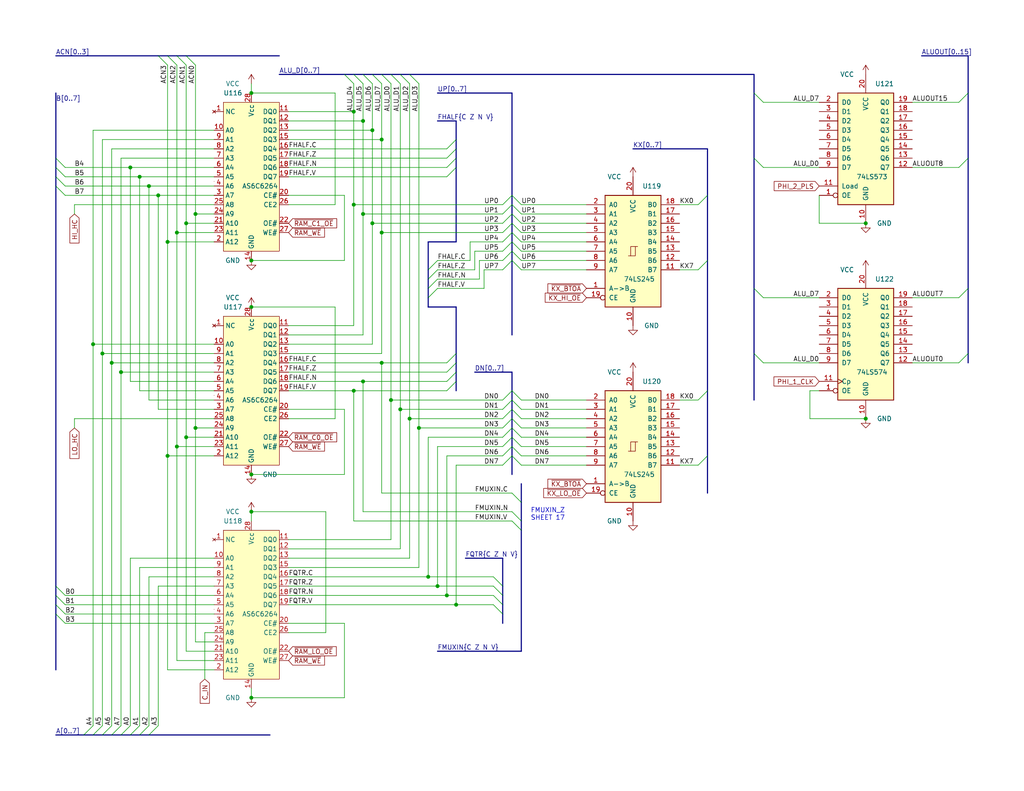
<source format=kicad_sch>
(kicad_sch (version 20211123) (generator eeschema)
  (paper "USLetter")
  (title_block (title "YARC ALU") (comment 1 "All ICs are HC family regardless of P/N shown"))
  (lib_symbols
    (symbol "74xx:74LS245" (pin_names (offset 1.016))
      (property "Reference" "U" (at -7.62 16.51 0))
      (property "Value" "74LS245" (at -7.62 -16.51 0))
      (symbol "74LS245_1_0"
        (polyline (pts (xy -0.635 -1.27) (xy -0.635 1.27) (xy 0.635 1.27)))
        (polyline (pts (xy -1.27 -1.27) (xy 0.635 -1.27) (xy 0.635 1.27) (xy 1.27 1.27)))
        (pin input line (at -12.7 -10.16 0) (length 5.08) (name "A->B") (number "1"))
        (pin power_in line (at 0 -20.32 90) (length 5.08) (name "GND") (number "10"))
        (pin tri_state line (at 12.7 -5.08 180) (length 5.08) (name "B7") (number "11"))
        (pin tri_state line (at 12.7 -2.54 180) (length 5.08) (name "B6") (number "12"))
        (pin tri_state line (at 12.7 0 180) (length 5.08) (name "B5") (number "13"))
        (pin tri_state line (at 12.7 2.54 180) (length 5.08) (name "B4") (number "14"))
        (pin tri_state line (at 12.7 5.08 180) (length 5.08) (name "B3") (number "15"))
        (pin tri_state line (at 12.7 7.62 180) (length 5.08) (name "B2") (number "16"))
        (pin tri_state line (at 12.7 10.16 180) (length 5.08) (name "B1") (number "17"))
        (pin tri_state line (at 12.7 12.7 180) (length 5.08) (name "B0") (number "18"))
        (pin input inverted (at -12.7 -12.7 0) (length 5.08) (name "CE") (number "19"))
        (pin tri_state line (at -12.7 12.7 0) (length 5.08) (name "A0") (number "2"))
        (pin power_in line (at 0 20.32 270) (length 5.08) (name "VCC") (number "20"))
        (pin tri_state line (at -12.7 10.16 0) (length 5.08) (name "A1") (number "3"))
        (pin tri_state line (at -12.7 7.62 0) (length 5.08) (name "A2") (number "4"))
        (pin tri_state line (at -12.7 5.08 0) (length 5.08) (name "A3") (number "5"))
        (pin tri_state line (at -12.7 2.54 0) (length 5.08) (name "A4") (number "6"))
        (pin tri_state line (at -12.7 0 0) (length 5.08) (name "A5") (number "7"))
        (pin tri_state line (at -12.7 -2.54 0) (length 5.08) (name "A6") (number "8"))
        (pin tri_state line (at -12.7 -5.08 0) (length 5.08) (name "A7") (number "9"))
      )
      (symbol "74LS245_1_1"
        (rectangle (start -7.62 15.24) (end 7.62 -15.24) (stroke (width 0.254)) (fill (type background)))
      )
    )
    (symbol "74xx:74LS573" (pin_names (offset 1.016))
      (property "Reference" "U" (at -7.62 16.51 0))
      (property "Value" "74LS573" (at -7.62 -16.51 0))
      (symbol "74LS573_1_0"
        (pin input inverted (at -12.7 -12.7 0) (length 5.08) (name "OE") (number "1"))
        (pin power_in line (at 0 -20.32 90) (length 5.08) (name "GND") (number "10"))
        (pin input line (at -12.7 -10.16 0) (length 5.08) (name "Load") (number "11"))
        (pin tri_state line (at 12.7 -5.08 180) (length 5.08) (name "Q7") (number "12"))
        (pin tri_state line (at 12.7 -2.54 180) (length 5.08) (name "Q6") (number "13"))
        (pin tri_state line (at 12.7 0 180) (length 5.08) (name "Q5") (number "14"))
        (pin tri_state line (at 12.7 2.54 180) (length 5.08) (name "Q4") (number "15"))
        (pin tri_state line (at 12.7 5.08 180) (length 5.08) (name "Q3") (number "16"))
        (pin tri_state line (at 12.7 7.62 180) (length 5.08) (name "Q2") (number "17"))
        (pin tri_state line (at 12.7 10.16 180) (length 5.08) (name "Q1") (number "18"))
        (pin tri_state line (at 12.7 12.7 180) (length 5.08) (name "Q0") (number "19"))
        (pin input line (at -12.7 12.7 0) (length 5.08) (name "D0") (number "2"))
        (pin power_in line (at 0 20.32 270) (length 5.08) (name "VCC") (number "20"))
        (pin input line (at -12.7 10.16 0) (length 5.08) (name "D1") (number "3"))
        (pin input line (at -12.7 7.62 0) (length 5.08) (name "D2") (number "4"))
        (pin input line (at -12.7 5.08 0) (length 5.08) (name "D3") (number "5"))
        (pin input line (at -12.7 2.54 0) (length 5.08) (name "D4") (number "6"))
        (pin input line (at -12.7 0 0) (length 5.08) (name "D5") (number "7"))
        (pin input line (at -12.7 -2.54 0) (length 5.08) (name "D6") (number "8"))
        (pin input line (at -12.7 -5.08 0) (length 5.08) (name "D7") (number "9"))
      )
      (symbol "74LS573_1_1"
        (rectangle (start -7.62 15.24) (end 7.62 -15.24) (stroke (width 0.254)) (fill (type background)))
      )
    )
    (symbol "74xx:74LS574" (pin_names (offset 1.016))
      (property "Reference" "U" (at -7.62 16.51 0))
      (property "Value" "74LS574" (at -7.62 -16.51 0))
      (symbol "74LS574_1_0"
        (pin input inverted (at -12.7 -12.7 0) (length 5.08) (name "OE") (number "1"))
        (pin power_in line (at 0 -20.32 90) (length 5.08) (name "GND") (number "10"))
        (pin input clock (at -12.7 -10.16 0) (length 5.08) (name "Cp") (number "11"))
        (pin tri_state line (at 12.7 -5.08 180) (length 5.08) (name "Q7") (number "12"))
        (pin tri_state line (at 12.7 -2.54 180) (length 5.08) (name "Q6") (number "13"))
        (pin tri_state line (at 12.7 0 180) (length 5.08) (name "Q5") (number "14"))
        (pin tri_state line (at 12.7 2.54 180) (length 5.08) (name "Q4") (number "15"))
        (pin tri_state line (at 12.7 5.08 180) (length 5.08) (name "Q3") (number "16"))
        (pin tri_state line (at 12.7 7.62 180) (length 5.08) (name "Q2") (number "17"))
        (pin tri_state line (at 12.7 10.16 180) (length 5.08) (name "Q1") (number "18"))
        (pin tri_state line (at 12.7 12.7 180) (length 5.08) (name "Q0") (number "19"))
        (pin input line (at -12.7 12.7 0) (length 5.08) (name "D0") (number "2"))
        (pin power_in line (at 0 20.32 270) (length 5.08) (name "VCC") (number "20"))
        (pin input line (at -12.7 10.16 0) (length 5.08) (name "D1") (number "3"))
        (pin input line (at -12.7 7.62 0) (length 5.08) (name "D2") (number "4"))
        (pin input line (at -12.7 5.08 0) (length 5.08) (name "D3") (number "5"))
        (pin input line (at -12.7 2.54 0) (length 5.08) (name "D4") (number "6"))
        (pin input line (at -12.7 0 0) (length 5.08) (name "D5") (number "7"))
        (pin input line (at -12.7 -2.54 0) (length 5.08) (name "D6") (number "8"))
        (pin input line (at -12.7 -5.08 0) (length 5.08) (name "D7") (number "9"))
      )
      (symbol "74LS574_1_1"
        (rectangle (start -7.62 15.24) (end 7.62 -15.24) (stroke (width 0.254)) (fill (type background)))
      )
    )
    (symbol "pdxjjb:AS6C6264"
      (property "Reference" "U" (at -2.54 15.24 0))
      (property "Value" "AS6C6264" (at 0 5.08 90))
      (symbol "AS6C6264_0_1"
        (rectangle (start -10.16 3.81) (end -10.16 3.81))
        (rectangle (start -7.62 25.4) (end 7.62 -15.24) (fill (type background)))
      )
      (symbol "AS6C6264_1_1"
        (pin no_connect line (at -10.16 22.86 0) (length 2.54) (name "NC") (number "1"))
        (pin input line (at -10.16 17.78 0) (length 2.54) (name "A0") (number "10"))
        (pin tri_state line (at 10.16 22.86 180) (length 2.54) (name "DQ0") (number "11"))
        (pin tri_state line (at 10.16 20.32 180) (length 2.54) (name "DQ1") (number "12"))
        (pin tri_state line (at 10.16 17.78 180) (length 2.54) (name "DQ2") (number "13"))
        (pin power_in line (at 0 -17.78 90) (length 2.54) (name "GND") (number "14"))
        (pin tri_state line (at 10.16 15.24 180) (length 2.54) (name "DQ3") (number "15"))
        (pin tri_state line (at 10.16 12.7 180) (length 2.54) (name "DQ4") (number "16"))
        (pin tri_state line (at 10.16 10.16 180) (length 2.54) (name "DQ5") (number "17"))
        (pin tri_state line (at 10.16 7.62 180) (length 2.54) (name "DQ6") (number "18"))
        (pin tri_state line (at 10.16 5.08 180) (length 2.54) (name "DQ7") (number "19"))
        (pin input line (at -10.16 -12.7 0) (length 2.54) (name "A12") (number "2"))
        (pin input line (at 10.16 0 180) (length 2.54) (name "CE#") (number "20"))
        (pin input line (at -10.16 -7.62 0) (length 2.54) (name "A10") (number "21"))
        (pin input line (at 10.16 -7.62 180) (length 2.54) (name "OE#") (number "22"))
        (pin input line (at -10.16 -10.16 0) (length 2.54) (name "A11") (number "23"))
        (pin input line (at -10.16 -5.08 0) (length 2.54) (name "A9") (number "24"))
        (pin input line (at -10.16 -2.54 0) (length 2.54) (name "A8") (number "25"))
        (pin input line (at 10.16 -2.54 180) (length 2.54) (name "CE2") (number "26"))
        (pin input line (at 10.16 -10.16 180) (length 2.54) (name "WE#") (number "27"))
        (pin power_in line (at 0 27.94 270) (length 2.54) (name "Vcc") (number "28"))
        (pin input line (at -10.16 0 0) (length 2.54) (name "A7") (number "3"))
        (pin input line (at -10.16 2.54 0) (length 2.54) (name "A6") (number "4"))
        (pin input line (at -10.16 5.08 0) (length 2.54) (name "A5") (number "5"))
        (pin input line (at -10.16 7.62 0) (length 2.54) (name "A4") (number "6"))
        (pin input line (at -10.16 10.16 0) (length 2.54) (name "A3") (number "7"))
        (pin input line (at -10.16 12.7 0) (length 2.54) (name "A2") (number "8"))
        (pin input line (at -10.16 15.24 0) (length 2.54) (name "A1") (number "9"))
      )
    )
    (symbol "power:GND" (power) (pin_names (offset 0))
      (property "Value" "GND" (at 0 -3.81 0))
      (symbol "GND_0_1"
        (polyline (pts (xy 0 0) (xy 0 -1.27) (xy 1.27 -1.27) (xy 0 -2.54) (xy -1.27 -1.27) (xy 0 -1.27)))
      )
      (symbol "GND_1_1"
        (pin power_in line (at 0 0 270) (length 0) hide (name "GND") (number "1"))
      )
    )
    (symbol "power:VCC" (power) (pin_names (offset 0))
      (property "Value" "VCC" (at 0 3.81 0))
      (symbol "VCC_0_1"
        (polyline (pts (xy -0.762 1.27) (xy 0 2.54)))
        (polyline (pts (xy 0 0) (xy 0 2.54)))
        (polyline (pts (xy 0 2.54) (xy 0.762 1.27)))
      )
      (symbol "VCC_1_1"
        (pin power_in line (at 0 0 90) (length 0) hide (name "VCC") (number "1"))
      )
    )
  )
  (junction (at 119.38 160.02))
  (junction (at 114.3 116.84))
  (junction (at 96.52 30.48))
  (junction (at 48.26 121.92))
  (junction (at 101.6 35.56))
  (junction (at 27.94 96.52))
  (junction (at 111.76 114.3))
  (junction (at 101.6 60.96))
  (junction (at 104.14 63.5))
  (junction (at 45.72 66.04))
  (junction (at 68.58 190.5))
  (junction (at 43.18 53.34))
  (junction (at 121.92 162.56))
  (junction (at 104.14 99.06))
  (junction (at 35.56 45.72))
  (junction (at 50.8 119.38))
  (junction (at 25.4 93.98))
  (junction (at 106.68 109.22))
  (junction (at 40.64 50.8))
  (junction (at 68.58 129.54))
  (junction (at 236.22 60.96))
  (junction (at 53.34 116.84))
  (junction (at 236.22 114.3))
  (junction (at 68.58 83.82))
  (junction (at 96.52 106.68))
  (junction (at 45.72 124.46))
  (junction (at 99.06 33.02))
  (junction (at 30.48 99.06))
  (junction (at 68.58 139.7))
  (junction (at 124.46 165.1))
  (junction (at 48.26 63.5))
  (junction (at 116.84 157.48))
  (junction (at 68.58 71.12))
  (junction (at 68.58 25.4))
  (junction (at 38.1 48.26))
  (junction (at 104.14 38.1))
  (junction (at 99.06 104.14))
  (junction (at 109.22 111.76))
  (junction (at 33.02 101.6))
  (junction (at 96.52 55.88))
  (junction (at 53.34 58.42))
  (junction (at 99.06 58.42))
  (junction (at 50.8 60.96))
  (bus_entry (at 124.46 96.52) (size -2.54 2.54))
  (bus_entry (at 139.7 116.84) (size -2.54 2.54))
  (bus_entry (at 142.24 137.16) (size -2.54 -2.54))
  (bus_entry (at 50.8 15.24) (size 2.54 2.54))
  (bus_entry (at 124.46 43.18) (size -2.54 2.54))
  (bus_entry (at 139.7 68.58) (size -2.54 2.54))
  (bus_entry (at 15.24 167.64) (size 2.54 2.54))
  (bus_entry (at 139.7 71.12) (size -2.54 2.54))
  (bus_entry (at 116.84 73.66) (size 2.54 -2.54))
  (bus_entry (at 137.16 167.64) (size -2.54 -2.54))
  (bus_entry (at 139.7 55.88) (size 2.54 2.54))
  (bus_entry (at 139.7 66.04) (size -2.54 2.54))
  (bus_entry (at 99.06 20.32) (size 2.54 2.54))
  (bus_entry (at 193.04 124.46) (size -2.54 2.54))
  (bus_entry (at 111.76 20.32) (size 2.54 2.54))
  (bus_entry (at 139.7 63.5) (size 2.54 2.54))
  (bus_entry (at 139.7 124.46) (size -2.54 2.54))
  (bus_entry (at 15.24 162.56) (size 2.54 2.54))
  (bus_entry (at 15.24 50.8) (size 2.54 2.54))
  (bus_entry (at 205.74 78.74) (size 2.54 2.54))
  (bus_entry (at 124.46 99.06) (size -2.54 2.54))
  (bus_entry (at 124.46 38.1) (size -2.54 2.54))
  (bus_entry (at 264.16 96.52) (size -2.54 2.54))
  (bus_entry (at 139.7 111.76) (size 2.54 2.54))
  (bus_entry (at 124.46 101.6) (size -2.54 2.54))
  (bus_entry (at 45.72 15.24) (size 2.54 2.54))
  (bus_entry (at 139.7 119.38) (size -2.54 2.54))
  (bus_entry (at 139.7 68.58) (size 2.54 2.54))
  (bus_entry (at 139.7 58.42) (size -2.54 2.54))
  (bus_entry (at 101.6 20.32) (size 2.54 2.54))
  (bus_entry (at 43.18 15.24) (size 2.54 2.54))
  (bus_entry (at 106.68 20.32) (size 2.54 2.54))
  (bus_entry (at 15.24 160.02) (size 2.54 2.54))
  (bus_entry (at 139.7 109.22) (size -2.54 2.54))
  (bus_entry (at 137.16 160.02) (size -2.54 -2.54))
  (bus_entry (at 27.94 200.66) (size 2.54 -2.54))
  (bus_entry (at 139.7 71.12) (size 2.54 2.54))
  (bus_entry (at 25.4 200.66) (size 2.54 -2.54))
  (bus_entry (at 137.16 162.56) (size -2.54 -2.54))
  (bus_entry (at 193.04 71.12) (size -2.54 2.54))
  (bus_entry (at 15.24 165.1) (size 2.54 2.54))
  (bus_entry (at 139.7 63.5) (size -2.54 2.54))
  (bus_entry (at 139.7 119.38) (size 2.54 2.54))
  (bus_entry (at 139.7 60.96) (size 2.54 2.54))
  (bus_entry (at 93.98 20.32) (size 2.54 2.54))
  (bus_entry (at 124.46 40.64) (size -2.54 2.54))
  (bus_entry (at 139.7 114.3) (size -2.54 2.54))
  (bus_entry (at 30.48 200.66) (size 2.54 -2.54))
  (bus_entry (at 139.7 116.84) (size 2.54 2.54))
  (bus_entry (at 193.04 53.34) (size -2.54 2.54))
  (bus_entry (at 139.7 58.42) (size 2.54 2.54))
  (bus_entry (at 15.24 48.26) (size 2.54 2.54))
  (bus_entry (at 139.7 109.22) (size 2.54 2.54))
  (bus_entry (at 124.46 45.72) (size -2.54 2.54))
  (bus_entry (at 139.7 124.46) (size 2.54 2.54))
  (bus_entry (at 116.84 76.2) (size 2.54 -2.54))
  (bus_entry (at 205.74 25.4) (size 2.54 2.54))
  (bus_entry (at 264.16 43.18) (size -2.54 2.54))
  (bus_entry (at 38.1 200.66) (size 2.54 -2.54))
  (bus_entry (at 48.26 15.24) (size 2.54 2.54))
  (bus_entry (at 137.16 165.1) (size -2.54 -2.54))
  (bus_entry (at 139.7 121.92) (size 2.54 2.54))
  (bus_entry (at 116.84 78.74) (size 2.54 -2.54))
  (bus_entry (at 139.7 66.04) (size 2.54 2.54))
  (bus_entry (at 139.7 53.34) (size -2.54 2.54))
  (bus_entry (at 205.74 43.18) (size 2.54 2.54))
  (bus_entry (at 139.7 114.3) (size 2.54 2.54))
  (bus_entry (at 22.86 200.66) (size 2.54 -2.54))
  (bus_entry (at 15.24 45.72) (size 2.54 2.54))
  (bus_entry (at 139.7 55.88) (size -2.54 2.54))
  (bus_entry (at 124.46 104.14) (size -2.54 2.54))
  (bus_entry (at 139.7 106.68) (size 2.54 2.54))
  (bus_entry (at 139.7 111.76) (size -2.54 2.54))
  (bus_entry (at 35.56 200.66) (size 2.54 -2.54))
  (bus_entry (at 116.84 81.28) (size 2.54 -2.54))
  (bus_entry (at 142.24 142.24) (size -2.54 -2.54))
  (bus_entry (at 264.16 25.4) (size -2.54 2.54))
  (bus_entry (at 193.04 106.68) (size -2.54 2.54))
  (bus_entry (at 96.52 20.32) (size 2.54 2.54))
  (bus_entry (at 139.7 106.68) (size -2.54 2.54))
  (bus_entry (at 205.74 96.52) (size 2.54 2.54))
  (bus_entry (at 40.64 200.66) (size 2.54 -2.54))
  (bus_entry (at 33.02 200.66) (size 2.54 -2.54))
  (bus_entry (at 142.24 144.78) (size -2.54 -2.54))
  (bus_entry (at 104.14 20.32) (size 2.54 2.54))
  (bus_entry (at 264.16 78.74) (size -2.54 2.54))
  (bus_entry (at 109.22 20.32) (size 2.54 2.54))
  (bus_entry (at 139.7 60.96) (size -2.54 2.54))
  (bus_entry (at 15.24 43.18) (size 2.54 2.54))
  (bus_entry (at 139.7 53.34) (size 2.54 2.54))
  (bus_entry (at 139.7 121.92) (size -2.54 2.54))
  (wire (pts (xy 20.32 55.88) (xy 20.32 58.42)))
  (bus (pts (xy 124.46 101.6) (xy 124.46 104.14)))
  (wire (pts (xy 55.88 172.72) (xy 58.42 172.72)))
  (bus (pts (xy 33.02 200.66) (xy 35.56 200.66)))
  (wire (pts (xy 35.56 152.4) (xy 58.42 152.4)))
  (wire (pts (xy 114.3 22.86) (xy 114.3 116.84)))
  (bus (pts (xy 22.86 200.66) (xy 25.4 200.66)))
  (wire (pts (xy 106.68 109.22) (xy 106.68 147.32)))
  (wire (pts (xy 109.22 111.76) (xy 109.22 149.86)))
  (bus (pts (xy 50.8 15.24) (xy 76.2 15.24)))
  (wire (pts (xy 48.26 180.34) (xy 48.26 121.92)))
  (wire (pts (xy 45.72 182.88) (xy 45.72 124.46)))
  (wire (pts (xy 58.42 43.18) (xy 33.02 43.18)))
  (bus (pts (xy 137.16 165.1) (xy 137.16 167.64)))
  (bus (pts (xy 137.16 160.02) (xy 137.16 162.56)))
  (wire (pts (xy 58.42 66.04) (xy 45.72 66.04)))
  (wire (pts (xy 78.74 157.48) (xy 116.84 157.48)))
  (wire (pts (xy 160.02 60.96) (xy 142.24 60.96)))
  (wire (pts (xy 58.42 116.84) (xy 53.34 116.84)))
  (wire (pts (xy 160.02 71.12) (xy 142.24 71.12)))
  (bus (pts (xy 96.52 20.32) (xy 99.06 20.32)))
  (wire (pts (xy 58.42 167.64) (xy 17.78 167.64)))
  (wire (pts (xy 35.56 45.72) (xy 58.42 45.72)))
  (bus (pts (xy 104.14 20.32) (xy 106.68 20.32)))
  (wire (pts (xy 101.6 60.96) (xy 101.6 93.98)))
  (bus (pts (xy 124.46 40.64) (xy 124.46 43.18)))
  (bus (pts (xy 124.46 43.18) (xy 124.46 45.72)))
  (bus (pts (xy 139.7 116.84) (xy 139.7 114.3)))
  (wire (pts (xy 132.08 73.66) (xy 132.08 78.74)))
  (wire (pts (xy 38.1 106.68) (xy 38.1 48.26)))
  (wire (pts (xy 137.16 114.3) (xy 111.76 114.3)))
  (bus (pts (xy 124.46 66.04) (xy 116.84 66.04)))
  (wire (pts (xy 142.24 111.76) (xy 160.02 111.76)))
  (wire (pts (xy 48.26 121.92) (xy 48.26 63.5)))
  (bus (pts (xy 139.7 111.76) (xy 139.7 109.22)))
  (wire (pts (xy 93.98 129.54) (xy 68.58 129.54)))
  (bus (pts (xy 25.4 200.66) (xy 27.94 200.66)))
  (bus (pts (xy 15.24 50.8) (xy 15.24 160.02)))
  (bus (pts (xy 142.24 144.78) (xy 142.24 177.8)))
  (wire (pts (xy 68.58 190.5) (xy 68.58 187.96)))
  (wire (pts (xy 50.8 17.78) (xy 50.8 60.96)))
  (wire (pts (xy 93.98 71.12) (xy 68.58 71.12)))
  (wire (pts (xy 78.74 170.18) (xy 93.98 170.18)))
  (bus (pts (xy 124.46 99.06) (xy 124.46 101.6)))
  (bus (pts (xy 116.84 78.74) (xy 116.84 81.28)))
  (wire (pts (xy 50.8 119.38) (xy 50.8 60.96)))
  (wire (pts (xy 43.18 198.12) (xy 43.18 160.02)))
  (bus (pts (xy 76.2 20.32) (xy 93.98 20.32)))
  (wire (pts (xy 78.74 91.44) (xy 99.06 91.44)))
  (bus (pts (xy 30.48 200.66) (xy 33.02 200.66)))
  (bus (pts (xy 205.74 96.52) (xy 205.74 109.22)))
  (bus (pts (xy 15.24 43.18) (xy 15.24 45.72)))
  (bus (pts (xy 139.7 68.58) (xy 139.7 71.12)))
  (bus (pts (xy 264.16 78.74) (xy 264.16 96.52)))
  (wire (pts (xy 96.52 106.68) (xy 121.92 106.68)))
  (wire (pts (xy 68.58 139.7) (xy 68.58 142.24)))
  (wire (pts (xy 78.74 104.14) (xy 99.06 104.14)))
  (bus (pts (xy 15.24 160.02) (xy 15.24 162.56)))
  (wire (pts (xy 58.42 104.14) (xy 35.56 104.14)))
  (wire (pts (xy 106.68 22.86) (xy 106.68 109.22)))
  (wire (pts (xy 101.6 35.56) (xy 101.6 60.96)))
  (bus (pts (xy 205.74 25.4) (xy 205.74 43.18)))
  (wire (pts (xy 40.64 109.22) (xy 40.64 50.8)))
  (wire (pts (xy 119.38 121.92) (xy 137.16 121.92)))
  (wire (pts (xy 53.34 175.26) (xy 53.34 116.84)))
  (bus (pts (xy 124.46 83.82) (xy 124.46 96.52)))
  (wire (pts (xy 53.34 116.84) (xy 53.34 58.42)))
  (wire (pts (xy 104.14 134.62) (xy 104.14 99.06)))
  (wire (pts (xy 43.18 111.76) (xy 43.18 53.34)))
  (wire (pts (xy 17.78 162.56) (xy 58.42 162.56)))
  (wire (pts (xy 99.06 22.86) (xy 99.06 33.02)))
  (wire (pts (xy 78.74 165.1) (xy 124.46 165.1)))
  (bus (pts (xy 264.16 25.4) (xy 264.16 43.18)))
  (wire (pts (xy 111.76 114.3) (xy 111.76 152.4)))
  (wire (pts (xy 58.42 182.88) (xy 45.72 182.88)))
  (wire (pts (xy 91.44 83.82) (xy 68.58 83.82)))
  (wire (pts (xy 78.74 152.4) (xy 111.76 152.4)))
  (wire (pts (xy 114.3 116.84) (xy 114.3 154.94)))
  (wire (pts (xy 78.74 99.06) (xy 104.14 99.06)))
  (wire (pts (xy 40.64 157.48) (xy 58.42 157.48)))
  (bus (pts (xy 137.16 152.4) (xy 137.16 160.02)))
  (bus (pts (xy 119.38 25.4) (xy 139.7 25.4)))
  (bus (pts (xy 205.74 20.32) (xy 205.74 25.4)))
  (bus (pts (xy 119.38 33.02) (xy 124.46 33.02)))
  (wire (pts (xy 78.74 93.98) (xy 101.6 93.98)))
  (bus (pts (xy 124.46 83.82) (xy 116.84 83.82)))
  (wire (pts (xy 208.28 81.28) (xy 223.52 81.28)))
  (bus (pts (xy 139.7 71.12) (xy 139.7 91.44)))
  (bus (pts (xy 205.74 78.74) (xy 205.74 96.52)))
  (bus (pts (xy 139.7 60.96) (xy 139.7 63.5)))
  (bus (pts (xy 251.46 15.24) (xy 264.16 15.24)))
  (bus (pts (xy 116.84 73.66) (xy 116.84 76.2)))
  (wire (pts (xy 48.26 17.78) (xy 48.26 63.5)))
  (bus (pts (xy 124.46 45.72) (xy 124.46 66.04)))
  (wire (pts (xy 121.92 124.46) (xy 137.16 124.46)))
  (bus (pts (xy 264.16 43.18) (xy 264.16 78.74)))
  (bus (pts (xy 139.7 114.3) (xy 139.7 111.76)))
  (wire (pts (xy 30.48 198.12) (xy 30.48 99.06)))
  (wire (pts (xy 38.1 48.26) (xy 58.42 48.26)))
  (wire (pts (xy 109.22 22.86) (xy 109.22 111.76)))
  (wire (pts (xy 58.42 119.38) (xy 50.8 119.38)))
  (bus (pts (xy 124.46 96.52) (xy 124.46 99.06)))
  (wire (pts (xy 104.14 134.62) (xy 139.7 134.62)))
  (bus (pts (xy 116.84 83.82) (xy 116.84 81.28)))
  (wire (pts (xy 38.1 154.94) (xy 58.42 154.94)))
  (wire (pts (xy 30.48 40.64) (xy 58.42 40.64)))
  (wire (pts (xy 121.92 40.64) (xy 78.74 40.64)))
  (wire (pts (xy 96.52 142.24) (xy 96.52 106.68)))
  (wire (pts (xy 142.24 73.66) (xy 160.02 73.66)))
  (wire (pts (xy 137.16 109.22) (xy 106.68 109.22)))
  (wire (pts (xy 236.22 114.3) (xy 220.98 114.3)))
  (bus (pts (xy 106.68 20.32) (xy 109.22 20.32)))
  (bus (pts (xy 142.24 142.24) (xy 142.24 144.78)))
  (wire (pts (xy 45.72 17.78) (xy 45.72 66.04)))
  (wire (pts (xy 91.44 25.4) (xy 68.58 25.4)))
  (wire (pts (xy 78.74 111.76) (xy 93.98 111.76)))
  (bus (pts (xy 15.24 15.24) (xy 43.18 15.24)))
  (bus (pts (xy 48.26 15.24) (xy 50.8 15.24)))
  (wire (pts (xy 91.44 114.3) (xy 91.44 83.82)))
  (wire (pts (xy 104.14 38.1) (xy 104.14 63.5)))
  (wire (pts (xy 88.9 139.7) (xy 68.58 139.7)))
  (bus (pts (xy 35.56 200.66) (xy 38.1 200.66)))
  (wire (pts (xy 45.72 124.46) (xy 45.72 66.04)))
  (wire (pts (xy 78.74 114.3) (xy 91.44 114.3)))
  (wire (pts (xy 142.24 121.92) (xy 160.02 121.92)))
  (wire (pts (xy 134.62 157.48) (xy 116.84 157.48)))
  (wire (pts (xy 53.34 17.78) (xy 53.34 58.42)))
  (wire (pts (xy 142.24 114.3) (xy 160.02 114.3)))
  (wire (pts (xy 121.92 162.56) (xy 121.92 124.46)))
  (wire (pts (xy 20.32 114.3) (xy 20.32 116.84)))
  (wire (pts (xy 99.06 104.14) (xy 121.92 104.14)))
  (wire (pts (xy 78.74 147.32) (xy 106.68 147.32)))
  (bus (pts (xy 99.06 20.32) (xy 101.6 20.32)))
  (wire (pts (xy 129.54 68.58) (xy 137.16 68.58)))
  (wire (pts (xy 58.42 58.42) (xy 53.34 58.42)))
  (wire (pts (xy 96.52 55.88) (xy 96.52 88.9)))
  (wire (pts (xy 55.88 185.42) (xy 55.88 172.72)))
  (wire (pts (xy 58.42 165.1) (xy 17.78 165.1)))
  (wire (pts (xy 137.16 116.84) (xy 114.3 116.84)))
  (wire (pts (xy 40.64 198.12) (xy 40.64 157.48)))
  (wire (pts (xy 142.24 109.22) (xy 160.02 109.22)))
  (wire (pts (xy 96.52 30.48) (xy 96.52 55.88)))
  (wire (pts (xy 17.78 53.34) (xy 43.18 53.34)))
  (bus (pts (xy 139.7 124.46) (xy 139.7 121.92)))
  (bus (pts (xy 137.16 167.64) (xy 137.16 170.18)))
  (wire (pts (xy 58.42 124.46) (xy 45.72 124.46)))
  (wire (pts (xy 78.74 33.02) (xy 99.06 33.02)))
  (wire (pts (xy 128.27 66.04) (xy 128.27 71.12)))
  (wire (pts (xy 142.24 119.38) (xy 160.02 119.38)))
  (wire (pts (xy 130.81 71.12) (xy 137.16 71.12)))
  (wire (pts (xy 58.42 55.88) (xy 20.32 55.88)))
  (bus (pts (xy 15.24 25.4) (xy 15.24 43.18)))
  (wire (pts (xy 124.46 165.1) (xy 124.46 127)))
  (bus (pts (xy 116.84 76.2) (xy 116.84 78.74)))
  (bus (pts (xy 193.04 53.34) (xy 193.04 71.12)))
  (wire (pts (xy 208.28 99.06) (xy 223.52 99.06)))
  (wire (pts (xy 78.74 38.1) (xy 104.14 38.1)))
  (wire (pts (xy 134.62 160.02) (xy 119.38 160.02)))
  (wire (pts (xy 129.54 68.58) (xy 129.54 73.66)))
  (wire (pts (xy 58.42 63.5) (xy 48.26 63.5)))
  (wire (pts (xy 142.24 63.5) (xy 160.02 63.5)))
  (wire (pts (xy 99.06 33.02) (xy 99.06 58.42)))
  (wire (pts (xy 50.8 177.8) (xy 50.8 119.38)))
  (bus (pts (xy 116.84 66.04) (xy 116.84 73.66)))
  (bus (pts (xy 139.7 109.22) (xy 139.7 106.68)))
  (wire (pts (xy 190.5 73.66) (xy 185.42 73.66)))
  (wire (pts (xy 116.84 157.48) (xy 116.84 119.38)))
  (wire (pts (xy 68.58 22.86) (xy 68.58 25.4)))
  (bus (pts (xy 119.38 177.8) (xy 142.24 177.8)))
  (wire (pts (xy 78.74 96.52) (xy 104.14 96.52)))
  (wire (pts (xy 128.27 71.12) (xy 119.38 71.12)))
  (wire (pts (xy 58.42 60.96) (xy 50.8 60.96)))
  (wire (pts (xy 27.94 38.1) (xy 58.42 38.1)))
  (wire (pts (xy 104.14 99.06) (xy 121.92 99.06)))
  (wire (pts (xy 129.54 73.66) (xy 119.38 73.66)))
  (wire (pts (xy 134.62 165.1) (xy 124.46 165.1)))
  (wire (pts (xy 17.78 170.18) (xy 58.42 170.18)))
  (bus (pts (xy 172.72 40.64) (xy 193.04 40.64)))
  (wire (pts (xy 17.78 45.72) (xy 35.56 45.72)))
  (bus (pts (xy 137.16 162.56) (xy 137.16 165.1)))
  (wire (pts (xy 142.24 124.46) (xy 160.02 124.46)))
  (bus (pts (xy 27.94 200.66) (xy 30.48 200.66)))
  (wire (pts (xy 58.42 175.26) (xy 53.34 175.26)))
  (bus (pts (xy 142.24 132.08) (xy 142.24 137.16)))
  (wire (pts (xy 160.02 68.58) (xy 142.24 68.58)))
  (bus (pts (xy 139.7 58.42) (xy 139.7 60.96)))
  (bus (pts (xy 139.7 55.88) (xy 139.7 58.42)))
  (bus (pts (xy 264.16 15.24) (xy 264.16 25.4)))
  (bus (pts (xy 205.74 43.18) (xy 205.74 78.74)))
  (wire (pts (xy 142.24 66.04) (xy 160.02 66.04)))
  (wire (pts (xy 124.46 127) (xy 137.16 127)))
  (wire (pts (xy 220.98 106.68) (xy 220.98 114.3)))
  (wire (pts (xy 58.42 177.8) (xy 50.8 177.8)))
  (wire (pts (xy 58.42 111.76) (xy 43.18 111.76)))
  (wire (pts (xy 78.74 53.34) (xy 93.98 53.34)))
  (wire (pts (xy 96.52 142.24) (xy 139.7 142.24)))
  (bus (pts (xy 142.24 137.16) (xy 142.24 142.24)))
  (bus (pts (xy 127 152.4) (xy 137.16 152.4)))
  (wire (pts (xy 33.02 43.18) (xy 33.02 101.6)))
  (bus (pts (xy 193.04 106.68) (xy 193.04 124.46)))
  (wire (pts (xy 137.16 63.5) (xy 104.14 63.5)))
  (wire (pts (xy 142.24 55.88) (xy 160.02 55.88)))
  (bus (pts (xy 15.24 167.64) (xy 15.24 182.88)))
  (wire (pts (xy 142.24 116.84) (xy 160.02 116.84)))
  (bus (pts (xy 124.46 33.02) (xy 124.46 38.1)))
  (wire (pts (xy 261.62 81.28) (xy 248.92 81.28)))
  (wire (pts (xy 137.16 73.66) (xy 132.08 73.66)))
  (bus (pts (xy 93.98 20.32) (xy 96.52 20.32)))
  (wire (pts (xy 190.5 109.22) (xy 185.42 109.22)))
  (bus (pts (xy 15.24 165.1) (xy 15.24 167.64)))
  (wire (pts (xy 111.76 22.86) (xy 111.76 114.3)))
  (wire (pts (xy 104.14 22.86) (xy 104.14 38.1)))
  (bus (pts (xy 139.7 25.4) (xy 139.7 53.34)))
  (wire (pts (xy 25.4 35.56) (xy 25.4 93.98)))
  (wire (pts (xy 121.92 43.18) (xy 78.74 43.18)))
  (wire (pts (xy 121.92 45.72) (xy 78.74 45.72)))
  (bus (pts (xy 15.24 45.72) (xy 15.24 48.26)))
  (bus (pts (xy 101.6 20.32) (xy 104.14 20.32)))
  (bus (pts (xy 124.46 104.14) (xy 124.46 106.68)))
  (wire (pts (xy 35.56 198.12) (xy 35.56 152.4)))
  (wire (pts (xy 190.5 127) (xy 185.42 127)))
  (wire (pts (xy 261.62 99.06) (xy 248.92 99.06)))
  (wire (pts (xy 116.84 119.38) (xy 137.16 119.38)))
  (wire (pts (xy 27.94 96.52) (xy 27.94 38.1)))
  (wire (pts (xy 78.74 172.72) (xy 88.9 172.72)))
  (bus (pts (xy 38.1 200.66) (xy 40.64 200.66)))
  (wire (pts (xy 119.38 160.02) (xy 119.38 121.92)))
  (wire (pts (xy 78.74 88.9) (xy 96.52 88.9)))
  (wire (pts (xy 96.52 22.86) (xy 96.52 30.48)))
  (bus (pts (xy 139.7 119.38) (xy 139.7 116.84)))
  (wire (pts (xy 137.16 111.76) (xy 109.22 111.76)))
  (bus (pts (xy 15.24 48.26) (xy 15.24 50.8)))
  (wire (pts (xy 223.52 53.34) (xy 223.52 60.96)))
  (bus (pts (xy 40.64 200.66) (xy 73.66 200.66)))
  (bus (pts (xy 124.46 38.1) (xy 124.46 40.64)))
  (bus (pts (xy 15.24 200.66) (xy 22.86 200.66)))
  (wire (pts (xy 119.38 78.74) (xy 132.08 78.74)))
  (wire (pts (xy 88.9 139.7) (xy 88.9 172.72)))
  (wire (pts (xy 99.06 58.42) (xy 99.06 91.44)))
  (wire (pts (xy 58.42 106.68) (xy 38.1 106.68)))
  (wire (pts (xy 17.78 48.26) (xy 38.1 48.26)))
  (wire (pts (xy 208.28 45.72) (xy 223.52 45.72)))
  (bus (pts (xy 139.7 106.68) (xy 139.7 101.6)))
  (wire (pts (xy 78.74 154.94) (xy 114.3 154.94)))
  (wire (pts (xy 35.56 104.14) (xy 35.56 45.72)))
  (wire (pts (xy 99.06 139.7) (xy 99.06 104.14)))
  (wire (pts (xy 78.74 30.48) (xy 96.52 30.48)))
  (wire (pts (xy 99.06 139.7) (xy 139.7 139.7)))
  (wire (pts (xy 58.42 35.56) (xy 25.4 35.56)))
  (wire (pts (xy 101.6 60.96) (xy 137.16 60.96)))
  (bus (pts (xy 45.72 15.24) (xy 48.26 15.24)))
  (wire (pts (xy 58.42 180.34) (xy 48.26 180.34)))
  (wire (pts (xy 58.42 121.92) (xy 48.26 121.92)))
  (wire (pts (xy 93.98 170.18) (xy 93.98 190.5)))
  (bus (pts (xy 193.04 71.12) (xy 193.04 106.68)))
  (bus (pts (xy 111.76 20.32) (xy 205.74 20.32)))
  (wire (pts (xy 121.92 48.26) (xy 78.74 48.26)))
  (wire (pts (xy 134.62 162.56) (xy 121.92 162.56)))
  (bus (pts (xy 139.7 53.34) (xy 139.7 55.88)))
  (wire (pts (xy 78.74 35.56) (xy 101.6 35.56)))
  (wire (pts (xy 20.32 114.3) (xy 58.42 114.3)))
  (bus (pts (xy 139.7 66.04) (xy 139.7 68.58)))
  (bus (pts (xy 139.7 129.54) (xy 139.7 124.46)))
  (wire (pts (xy 130.81 76.2) (xy 130.81 71.12)))
  (wire (pts (xy 40.64 50.8) (xy 58.42 50.8)))
  (wire (pts (xy 261.62 45.72) (xy 248.92 45.72)))
  (wire (pts (xy 58.42 99.06) (xy 30.48 99.06)))
  (wire (pts (xy 33.02 101.6) (xy 58.42 101.6)))
  (bus (pts (xy 264.16 96.52) (xy 264.16 99.06)))
  (wire (pts (xy 223.52 60.96) (xy 236.22 60.96)))
  (wire (pts (xy 101.6 22.86) (xy 101.6 35.56)))
  (wire (pts (xy 25.4 93.98) (xy 58.42 93.98)))
  (wire (pts (xy 30.48 99.06) (xy 30.48 40.64)))
  (wire (pts (xy 78.74 55.88) (xy 91.44 55.88)))
  (wire (pts (xy 104.14 63.5) (xy 104.14 96.52)))
  (wire (pts (xy 93.98 111.76) (xy 93.98 129.54)))
  (wire (pts (xy 33.02 198.12) (xy 33.02 101.6)))
  (bus (pts (xy 43.18 15.24) (xy 45.72 15.24)))
  (bus (pts (xy 193.04 124.46) (xy 193.04 134.62)))
  (wire (pts (xy 128.27 66.04) (xy 137.16 66.04)))
  (wire (pts (xy 27.94 198.12) (xy 27.94 96.52)))
  (wire (pts (xy 78.74 162.56) (xy 121.92 162.56)))
  (wire (pts (xy 93.98 190.5) (xy 68.58 190.5)))
  (wire (pts (xy 78.74 149.86) (xy 109.22 149.86)))
  (wire (pts (xy 190.5 55.88) (xy 185.42 55.88)))
  (bus (pts (xy 193.04 40.64) (xy 193.04 53.34)))
  (wire (pts (xy 43.18 160.02) (xy 58.42 160.02)))
  (bus (pts (xy 15.24 162.56) (xy 15.24 165.1)))
  (wire (pts (xy 130.81 76.2) (xy 119.38 76.2)))
  (wire (pts (xy 99.06 58.42) (xy 137.16 58.42)))
  (wire (pts (xy 78.74 106.68) (xy 96.52 106.68)))
  (bus (pts (xy 139.7 121.92) (xy 139.7 119.38)))
  (wire (pts (xy 91.44 55.88) (xy 91.44 25.4)))
  (wire (pts (xy 261.62 27.94) (xy 248.92 27.94)))
  (wire (pts (xy 58.42 96.52) (xy 27.94 96.52)))
  (wire (pts (xy 160.02 58.42) (xy 142.24 58.42)))
  (wire (pts (xy 142.24 127) (xy 160.02 127)))
  (wire (pts (xy 25.4 198.12) (xy 25.4 93.98)))
  (wire (pts (xy 58.42 53.34) (xy 43.18 53.34)))
  (wire (pts (xy 58.42 109.22) (xy 40.64 109.22)))
  (wire (pts (xy 38.1 198.12) (xy 38.1 154.94)))
  (bus (pts (xy 109.22 20.32) (xy 111.76 20.32)))
  (wire (pts (xy 223.52 106.68) (xy 220.98 106.68)))
  (bus (pts (xy 129.54 101.6) (xy 139.7 101.6)))
  (wire (pts (xy 121.92 101.6) (xy 78.74 101.6)))
  (wire (pts (xy 137.16 55.88) (xy 96.52 55.88)))
  (bus (pts (xy 139.7 63.5) (xy 139.7 66.04)))
  (wire (pts (xy 17.78 50.8) (xy 40.64 50.8)))
  (wire (pts (xy 208.28 27.94) (xy 223.52 27.94)))
  (wire (pts (xy 93.98 53.34) (xy 93.98 71.12)))
  (wire (pts (xy 78.74 160.02) (xy 119.38 160.02)))
  (text "FMUXIN_Z\nSHEET 17" (at 144.78 142.24 0) (effects (font (size 1.27 1.27)) (justify left bottom)))
  (label "FHALF.Z" (at 78.74 101.6 0))
  (label "FHALF.C" (at 78.74 99.06 0))
  (label "FHALF.N" (at 78.74 45.72 0))
  (label "KX7" (at 185.42 73.66 0))
  (label "B7" (at 20.32 53.34 0))
  (label "DN7" (at 132.08 127 0))
  (label "FHALF.Z" (at 119.38 73.66 0))
  (label "ACN3" (at 45.72 22.86 90))
  (label "A0" (at 35.56 198.12 90))
  (label "FHALF.C" (at 78.74 40.64 0))
  (label "UP1" (at 142.24 58.42 0))
  (label "A1" (at 38.1 198.12 90))
  (label "DN1" (at 149.86 111.76 180))
  (label "UP2" (at 142.24 60.96 0))
  (label "FHALF.N" (at 78.74 104.14 0))
  (label "ALU_D0" (at 223.52 99.06 180))
  (label "FHALF.C" (at 119.38 71.12 0))
  (label "ALU_D3" (at 114.3 30.48 90))
  (label "ACN2" (at 48.26 22.86 90))
  (label "B6" (at 20.32 50.8 0))
  (label "ALUOUT0" (at 248.92 99.06 0))
  (label "ALU_D7" (at 223.52 81.28 180))
  (label "B5" (at 20.32 48.26 0))
  (label "UP6" (at 132.08 71.12 0))
  (label "ALUOUT[0..15]" (at 251.46 15.24 0))
  (label "UP[0..7]" (at 119.38 25.4 0))
  (label "UP4" (at 142.24 66.04 0))
  (label "DN6" (at 149.86 124.46 180))
  (label "FHALF{C Z N V}" (at 119.38 33.02 0))
  (label "ACN0" (at 53.34 22.86 90))
  (label "DN0" (at 149.86 109.22 180))
  (label "UP5" (at 132.08 68.58 0))
  (label "FHALF.V" (at 78.74 48.26 0))
  (label "FQTR.V" (at 78.74 165.1 0))
  (label "A[0..7]" (at 15.24 200.66 0))
  (label "ALU_D1" (at 109.22 30.48 90))
  (label "ALU_D7" (at 104.14 30.48 90))
  (label "KX0" (at 185.42 109.22 0))
  (label "A3" (at 43.18 198.12 90))
  (label "ALU_D2" (at 111.76 30.48 90))
  (label "UP2" (at 132.08 60.96 0))
  (label "KX0" (at 185.42 55.88 0))
  (label "UP6" (at 142.24 71.12 0))
  (label "ACN[0..3]" (at 15.24 15.24 0))
  (label "UP7" (at 142.24 73.66 0))
  (label "UP0" (at 142.24 55.88 0))
  (label "ALUOUT8" (at 248.92 45.72 0))
  (label "A6" (at 30.48 198.12 90))
  (label "DN0" (at 132.08 109.22 0))
  (label "FHALF.Z" (at 78.74 43.18 0))
  (label "FHALF.V" (at 78.74 106.68 0))
  (label "FHALF.V" (at 119.38 78.74 0))
  (label "DN4" (at 132.08 119.38 0))
  (label "FMUXIN{C Z N V}" (at 119.38 177.8 0))
  (label "DN2" (at 149.86 114.3 180))
  (label "ALU_D[0..7]" (at 76.2 20.32 0))
  (label "DN2" (at 132.08 114.3 0))
  (label "UP4" (at 132.08 66.04 0))
  (label "FHALF.N" (at 119.38 76.2 0))
  (label "B4" (at 20.32 45.72 0))
  (label "DN5" (at 149.86 121.92 180))
  (label "FMUXIN.N" (at 129.54 139.7 0))
  (label "UP7" (at 132.08 73.66 0))
  (label "ALUOUT15" (at 248.92 27.94 0))
  (label "KX7" (at 185.42 127 0))
  (label "DN3" (at 149.86 116.84 180))
  (label "ALU_D6" (at 101.6 30.48 90))
  (label "B3" (at 17.78 170.18 0))
  (label "ALU_D5" (at 99.06 30.48 90))
  (label "UP3" (at 142.24 63.5 0))
  (label "UP1" (at 132.08 58.42 0))
  (label "A4" (at 25.4 198.12 90))
  (label "FMUXIN.C" (at 129.54 134.62 0))
  (label "B2" (at 17.78 167.64 0))
  (label "ALU_D0" (at 223.52 45.72 180))
  (label "DN3" (at 132.08 116.84 0))
  (label "DN6" (at 132.08 124.46 0))
  (label "KX[0..7]" (at 172.72 40.64 0))
  (label "DN1" (at 132.08 111.76 0))
  (label "DN4" (at 149.86 119.38 180))
  (label "FQTR.N" (at 78.74 162.56 0))
  (label "UP3" (at 132.08 63.5 0))
  (label "ALU_D0" (at 106.68 30.48 90))
  (label "FQTR.Z" (at 78.74 160.02 0))
  (label "ALUOUT7" (at 248.92 81.28 0))
  (label "ALU_D7" (at 223.52 27.94 180))
  (label "UP0" (at 132.08 55.88 0))
  (label "A2" (at 40.64 198.12 90))
  (label "UP5" (at 142.24 68.58 0))
  (label "B[0..7]" (at 15.24 27.94 0))
  (label "B0" (at 17.78 162.56 0))
  (label "B1" (at 17.78 165.1 0))
  (label "DN7" (at 149.86 127 180))
  (label "FMUXIN.V" (at 129.54 142.24 0))
  (label "FQTR{C Z N V}" (at 127 152.4 0))
  (label "A7" (at 33.02 198.12 90))
  (label "DN5" (at 132.08 121.92 0))
  (label "DN[0..7]" (at 129.54 101.6 0))
  (label "ACN1" (at 50.8 22.86 90))
  (label "FQTR.C" (at 78.74 157.48 0))
  (label "ALU_D4" (at 96.52 30.48 90))
  (label "A5" (at 27.94 198.12 90))
  (global_label "PHI_2_PLS" (shape input) (at 223.52 50.8 180) (property "Intersheet References" "${INTERSHEET_REFS}" (effects hide)))
  (global_label "PHI_1_CLK" (shape input) (at 223.52 104.14 180) (property "Intersheet References" "${INTERSHEET_REFS}" (effects hide)))
  (global_label "~{KX_HI_OE}" (shape input) (at 160.02 81.28 180) (property "Intersheet References" "${INTERSHEET_REFS}" (effects hide)))
  (global_label "~{RAM_WE}" (shape input) (at 78.74 180.34 0) (property "Intersheet References" "${INTERSHEET_REFS}" (effects hide)))
  (global_label "~{RAM_C1_OE}" (shape input) (at 78.74 60.96 0) (property "Intersheet References" "${INTERSHEET_REFS}" (effects hide)))
  (global_label "~{RAM_C0_OE}" (shape input) (at 78.74 119.38 0) (property "Intersheet References" "${INTERSHEET_REFS}" (effects hide)))
  (global_label "HI_HC" (shape input) (at 20.32 58.42 270) (property "Intersheet References" "${INTERSHEET_REFS}" (effects hide)))
  (global_label "LO_HC" (shape input) (at 20.32 116.84 270) (property "Intersheet References" "${INTERSHEET_REFS}" (effects hide)))
  (global_label "~{KX_LO_OE}" (shape input) (at 160.02 134.62 180) (property "Intersheet References" "${INTERSHEET_REFS}" (effects hide)))
  (global_label "~{RAM_WE}" (shape input) (at 78.74 121.92 0) (property "Intersheet References" "${INTERSHEET_REFS}" (effects hide)))
  (global_label "~{KX_BTOA}" (shape input) (at 160.02 132.08 180) (property "Intersheet References" "${INTERSHEET_REFS}" (effects hide)))
  (global_label "~{KX_BTOA}" (shape input) (at 160.02 78.74 180) (property "Intersheet References" "${INTERSHEET_REFS}" (effects hide)))
  (global_label "~{RAM_LO_OE}" (shape input) (at 78.74 177.8 0) (property "Intersheet References" "${INTERSHEET_REFS}" (effects hide)))
  (global_label "~{RAM_WE}" (shape input) (at 78.74 63.5 0) (property "Intersheet References" "${INTERSHEET_REFS}" (effects hide)))
  (global_label "C_IN" (shape input) (at 55.88 185.42 270) (property "Intersheet References" "${INTERSHEET_REFS}" (effects hide)))
  (symbol (lib_id "power:VCC") (at 68.58 22.86 0) (unit 1)
    (property "Reference" "#PWR0188" (effects hide))
    (property "Value" "VCC" (at 63.5 22.86 0))
  )
  (symbol (lib_id "power:GND") (at 172.72 88.9 0) (unit 1)
    (property "Reference" "#PWR0195" (effects hide))
    (property "Value" "GND" (at 177.8 88.9 0))
  )
  (symbol (lib_id "power:VCC") (at 236.22 73.66 0) (unit 1)
    (property "Reference" "#PWR0200" (effects hide))
    (property "Value" "VCC" (at 231.14 73.66 0))
  )
  (symbol (lib_id "pdxjjb:AS6C6264") (at 68.58 111.76 0) (unit 1)
    (property "Reference" "U117" (at 60.96 83.82 0) (effects (justify left)))
    (property "Value" "AS6C6264" (at 66.04 109.22 0) (effects (justify left)))
  )
  (symbol (lib_id "74xx:74LS245") (at 172.72 121.92 0) (unit 1)
    (property "Reference" "U120" (at 175.26 104.14 0) (effects (justify left)))
    (property "Value" "74LS245" (at 170.18 129.54 0) (effects (justify left)))
    (property "Datasheet" "http://www.ti.com/lit/gpn/sn74LS245" (effects hide))
  )
  (symbol (lib_id "power:VCC") (at 236.22 20.32 0) (unit 1)
    (property "Reference" "#PWR0198" (effects hide))
    (property "Value" "VCC" (at 231.14 20.32 0))
  )
  (symbol (lib_id "pdxjjb:AS6C6264") (at 68.58 53.34 0) (unit 1)
    (property "Reference" "U116" (at 60.96 25.4 0) (effects (justify left)))
    (property "Value" "AS6C6264" (at 66.04 50.8 0) (effects (justify left)))
  )
  (symbol (lib_id "power:GND") (at 68.58 190.5 0) (unit 1)
    (property "Reference" "#PWR0193" (effects hide))
    (property "Value" "GND" (at 63.5 190.5 0))
  )
  (symbol (lib_id "power:VCC") (at 172.72 48.26 0) (unit 1)
    (property "Reference" "#PWR0194" (effects hide))
    (property "Value" "VCC" (at 167.64 48.26 0))
  )
  (symbol (lib_id "pdxjjb:AS6C6264") (at 68.58 170.18 0) (unit 1)
    (property "Reference" "U118" (at 60.96 142.24 0) (effects (justify left)))
    (property "Value" "AS6C6264" (at 66.04 167.64 0) (effects (justify left)))
  )
  (symbol (lib_id "power:GND") (at 172.72 142.24 0) (unit 1)
    (property "Reference" "#PWR?" (effects hide))
    (property "Value" "GND" (at 167.64 142.24 0))
  )
  (symbol (lib_id "power:GND") (at 68.58 71.12 0) (unit 1)
    (property "Reference" "#PWR0189" (effects hide))
    (property "Value" "GND" (at 63.5 71.12 0))
  )
  (symbol (lib_id "74xx:74LS574") (at 236.22 93.98 0) (unit 1)
    (property "Reference" "U122" (at 238.76 76.2 0) (effects (justify left)))
    (property "Value" "74LS574" (at 233.68 101.6 0) (effects (justify left)))
    (property "Datasheet" "http://www.ti.com/lit/gpn/sn74LS574" (effects hide))
  )
  (symbol (lib_id "power:VCC") (at 172.72 101.6 0) (unit 1)
    (property "Reference" "#PWR0196" (effects hide))
    (property "Value" "VCC" (at 167.64 101.6 0))
  )
  (symbol (lib_id "power:VCC") (at 68.58 139.7 0) (unit 1)
    (property "Reference" "#PWR0192" (effects hide))
    (property "Value" "VCC" (at 63.5 139.7 0))
  )
  (symbol (lib_id "74xx:74LS573") (at 236.22 40.64 0) (unit 1)
    (property "Reference" "U121" (at 238.76 22.86 0) (effects (justify left)))
    (property "Value" "74LS573" (at 233.68 48.26 0) (effects (justify left)))
    (property "Datasheet" "74xx/74hc573.pdf" (effects hide))
  )
  (symbol (lib_id "power:GND") (at 236.22 60.96 0) (unit 1)
    (property "Reference" "#PWR0199" (effects hide))
    (property "Value" "GND" (at 241.3 60.96 0))
  )
  (symbol (lib_id "power:GND") (at 68.58 129.54 0) (unit 1)
    (property "Reference" "#PWR0191" (effects hide))
    (property "Value" "GND" (at 73.66 129.54 0))
  )
  (symbol (lib_id "power:GND") (at 236.22 114.3 0) (unit 1)
    (property "Reference" "#PWR?" (effects hide))
    (property "Value" "GND" (at 241.3 114.3 0))
  )
  (symbol (lib_id "power:VCC") (at 68.58 83.82 0) (unit 1)
    (property "Reference" "#PWR0190" (effects hide))
    (property "Value" "VCC" (at 63.5 81.28 0))
  )
  (symbol (lib_id "74xx:74LS245") (at 172.72 68.58 0) (unit 1)
    (property "Reference" "U119" (at 175.26 50.8 0) (effects (justify left)))
    (property "Value" "74LS245" (at 170.18 76.2 0) (effects (justify left)))
    (property "Datasheet" "http://www.ti.com/lit/gpn/sn74LS245" (effects hide))
  )
)
</source>
